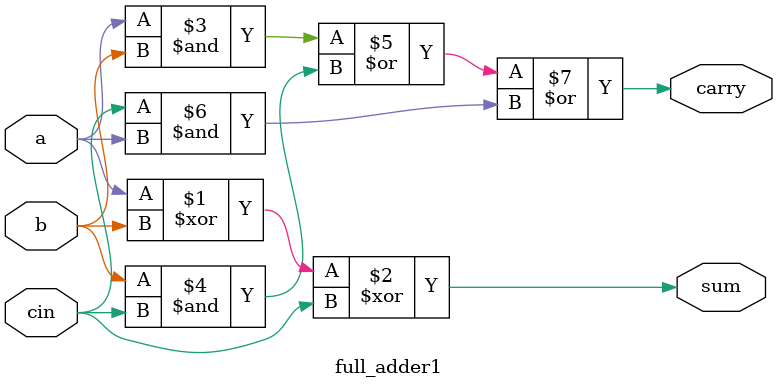
<source format=v>
module full_adder1(a,b,cin,sum,carry);
input a,b,cin;
output sum,carry;
assign sum=a^b^cin;
assign carry=(a&b)|(b&cin)|(cin&a);
endmodule
      
</source>
